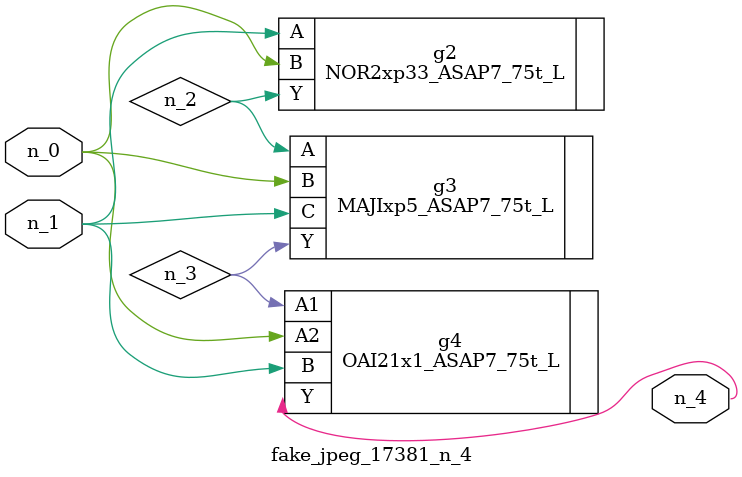
<source format=v>
module fake_jpeg_17381_n_4 (n_0, n_1, n_4);

input n_0;
input n_1;

output n_4;

wire n_2;
wire n_3;

NOR2xp33_ASAP7_75t_L g2 ( 
.A(n_1),
.B(n_0),
.Y(n_2)
);

MAJIxp5_ASAP7_75t_L g3 ( 
.A(n_2),
.B(n_0),
.C(n_1),
.Y(n_3)
);

OAI21x1_ASAP7_75t_L g4 ( 
.A1(n_3),
.A2(n_0),
.B(n_1),
.Y(n_4)
);


endmodule
</source>
